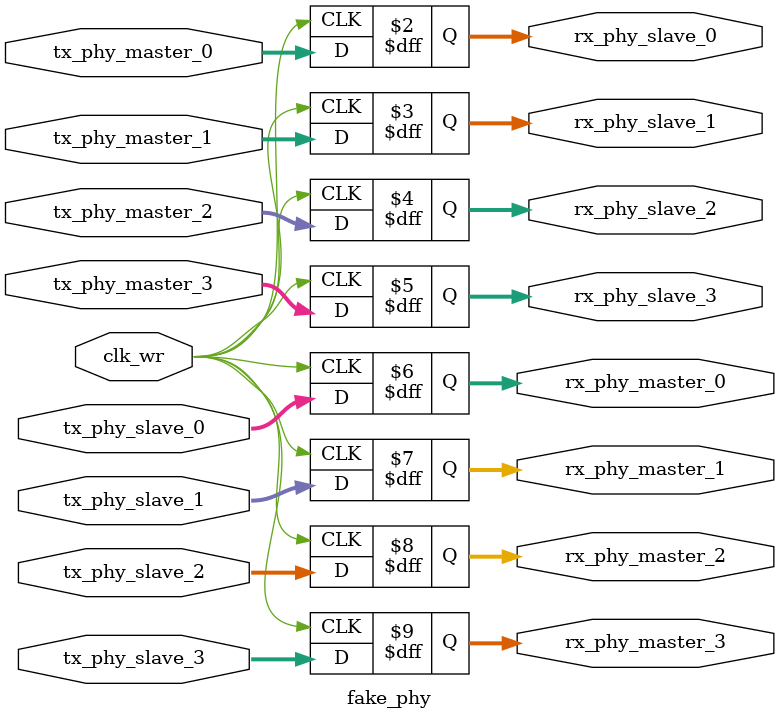
<source format=sv>
module fake_phy (
  input logic clk_wr,

  input logic [79:0]    tx_phy_master_0,
  input logic [79:0]    tx_phy_master_1,
  input logic [79:0]    tx_phy_master_2,
  input logic [79:0]    tx_phy_master_3,
  input logic [79:0]    tx_phy_slave_0,
  input logic [79:0]    tx_phy_slave_1,
  input logic [79:0]    tx_phy_slave_2,
  input logic [79:0]    tx_phy_slave_3,

  output logic [79:0]   rx_phy_slave_0,
  output logic [79:0]   rx_phy_slave_1,
  output logic [79:0]   rx_phy_slave_2,
  output logic [79:0]   rx_phy_slave_3,
  output logic [79:0]   rx_phy_master_0,
  output logic [79:0]   rx_phy_master_1,
  output logic [79:0]   rx_phy_master_2,
  output logic [79:0]   rx_phy_master_3
  );


always @(posedge clk_wr)
begin
  rx_phy_slave_0  <= tx_phy_master_0 ;
  rx_phy_slave_1  <= tx_phy_master_1 ;
  rx_phy_slave_2  <= tx_phy_master_2 ;
  rx_phy_slave_3  <= tx_phy_master_3 ;
  rx_phy_master_0 <= tx_phy_slave_0  ;
  rx_phy_master_1 <= tx_phy_slave_1  ;
  rx_phy_master_2 <= tx_phy_slave_2  ;
  rx_phy_master_3 <= tx_phy_slave_3  ;

end

endmodule

</source>
